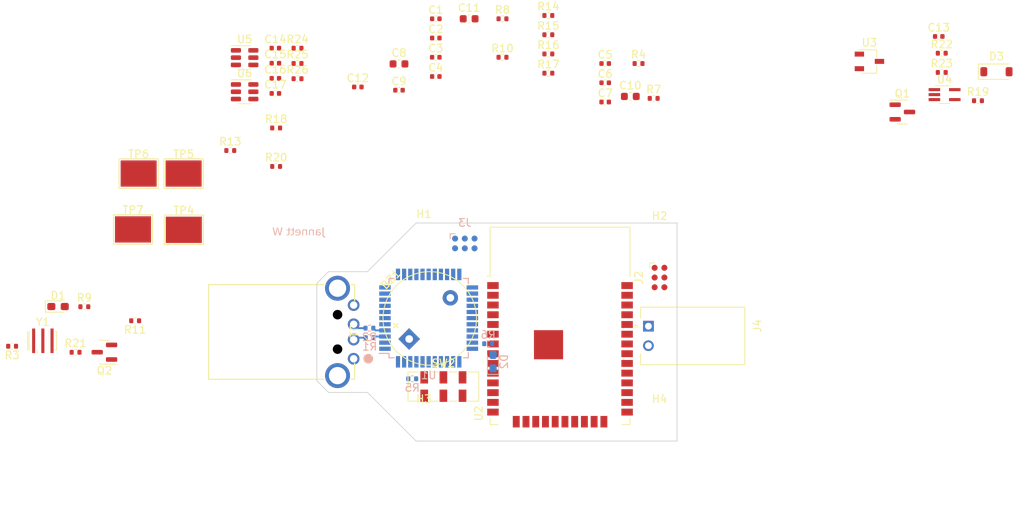
<source format=kicad_pcb>
(kicad_pcb (version 20221018) (generator pcbnew)
  (layers (0 "F.Cu" signal) (1 "In1.Cu" signal) (2 "In2.Cu" signal) (31 "B.Cu" signal) (34 "B.Paste" user) (35 "F.Paste" user) (36 "B.SilkS" user "B.Silkscreen") (37 "F.SilkS" user "F.Silkscreen") (38 "B.Mask" user) (39 "F.Mask" user) (44 "Edge.Cuts" user))
  (net 0 "")
  (net 1 "Net-(BZ1--)")
  (net 2 "GND")
  (net 3 "Net-(U1-AREF)")
  (net 4 "+5V")
  (net 5 "Net-(U1-UCAP)")
  (net 6 "+3.3V")
  (net 7 "/+3.3V_PRE")
  (net 8 "Net-(D1-A)")
  (net 9 "Net-(D2-A)")
  (net 10 "Net-(J1-D-)")
  (net 11 "Net-(J1-D+)")
  (net 12 "Net-(J1-Shield)")
  (net 13 "TXD0")
  (net 14 "RXD0")
  (net 15 "ESP32_EN")
  (net 16 "ESP32_BOOT0")
  (net 17 "MISO")
  (net 18 "SCK")
  (net 19 "MOSI")
  (net 20 "RESET")
  (net 21 "Net-(U1-D-)")
  (net 22 "Net-(U1-D+)")
  (net 23 "Net-(U1-~{HWB}{slash}PE2)")
  (net 24 "Net-(U1-PB5)")
  (net 25 "/ATMEGA_LED")
  (net 26 "/ESP32_LED")
  (net 27 "RXD2")
  (net 28 "TX")
  (net 29 "TXD2")
  (net 30 "RX")
  (net 31 "Net-(D3-K)")
  (net 34 "Net-(U1-XTAL2)")
  (net 35 "Net-(U1-XTAL1)")
  (net 36 "Net-(D3-A)")
  (net 37 "Net-(Q1-B)")
  (net 60 "ESP32_BUTTON")
  (net 62 "Net-(Q2-B)")
  (net 78 "ATMEGA_BUTTON")
  (net 79 "Net-(SW2A-A)")
  (net 80 "Net-(SW2B-A)")
  (net 81 "Net-(SW2A-C)")
  (net 82 "Net-(SW2B-C)")
  (net 83 "Net-(R18-Pad2)")
  (net 84 "ATMEGA_LN")
  (net 85 "ESP32_LN")
  (net 87 "Net-(U6-DIR)")
  (net 88 "Net-(U5-DIR)")
  (footprint "Resistor_SMD:R_0402_1005Metric" (layer "F.Cu") (at 151.1885 91.4654)
    (fp_text reference "R4" (at 0 -1.17) (layer "F.SilkS"))
    (fp_text value "10K")
    (pad "1" smd roundrect (at -0.51 0) (size 0.54 0.64) (layers "F.Cu" "F.Paste" "F.Mask") (net 4 "+5V"))
    (pad "2" smd roundrect (at 0.51 0) (size 0.54 0.64) (layers "F.Cu" "F.Paste" "F.Mask") (net 23 "Net-(U1-~{HWB}{slash}PE2)"))
  )
  (footprint "Resistor_SMD:R_0402_1005Metric" (layer "F.Cu") (at 139.4206 87.7062)
    (fp_text reference "R15" (at 0 -1.17) (layer "F.SilkS"))
    (fp_text value "10K")
    (pad "1" smd roundrect (at -0.51 0) (size 0.54 0.64) (layers "F.Cu" "F.Paste" "F.Mask") (net 6 "+3.3V"))
    (pad "2" smd roundrect (at 0.51 0) (size 0.54 0.64) (layers "F.Cu" "F.Paste" "F.Mask") (net 80 "Net-(SW2B-A)"))
  )
  (footprint "Jarrett_Footprint_Library:TestPoint_Keystone_5016_Compact" (layer "F.Cu") (at 85.2424 113.1062)
    (fp_text reference "TP7" (at 0 -2.54) (layer "F.SilkS"))
    (fp_text value "5016")
    (pad "1" smd rect (at 0 0) (size 4.699 3.429) (layers "F.Cu" "F.Paste" "F.Mask") (net 6 "+3.3V"))
  )
  (footprint "MountingHole:MountingHole_2.2mm_M2" (layer "F.Cu") (at 123.19 138.43)
    (fp_text reference "H3" (at 0 -3.2) (layer "F.SilkS"))
    (fp_text value "M2")
    (pad "" np_thru_hole circle (at 0 0) (size 2.2 2.2) (drill 2.2) (layers "*.Cu" "*.Mask"))
  )
  (footprint "Capacitor_SMD:C_0402_1005Metric" (layer "F.Cu") (at 124.7405 88.138)
    (fp_text reference "C2" (at 0 -1.16) (layer "F.SilkS"))
    (fp_text value "1uF")
    (pad "1" smd roundrect (at -0.48 0) (size 0.56 0.62) (layers "F.Cu" "F.Paste" "F.Mask") (net 4 "+5V"))
    (pad "2" smd roundrect (at 0.48 0) (size 0.56 0.62) (layers "F.Cu" "F.Paste" "F.Mask") (net 2 "GND"))
  )
  (footprint "Resistor_SMD:R_0402_1005Metric" (layer "F.Cu") (at 103.9114 99.8728)
    (fp_text reference "R18" (at 0 -1.17) (layer "F.SilkS"))
    (fp_text value "10K")
    (pad "1" smd roundrect (at -0.51 0) (size 0.54 0.64) (layers "F.Cu" "F.Paste" "F.Mask") (net 62 "Net-(Q2-B)"))
    (pad "2" smd roundrect (at 0.51 0) (size 0.54 0.64) (layers "F.Cu" "F.Paste" "F.Mask") (net 83 "Net-(R18-Pad2)"))
  )
  (footprint "Resistor_SMD:R_0402_1005Metric" (layer "F.Cu") (at 103.9114 104.8928)
    (fp_text reference "R20" (at 0 -1.17) (layer "F.SilkS"))
    (fp_text value "10K")
    (pad "1" smd roundrect (at -0.51 0) (size 0.54 0.64) (layers "F.Cu" "F.Paste" "F.Mask") (net 6 "+3.3V"))
    (pad "2" smd roundrect (at 0.51 0) (size 0.54 0.64) (layers "F.Cu" "F.Paste" "F.Mask") (net 60 "ESP32_BUTTON"))
  )
  (footprint "Jarrett_Footprint_Library:TestPoint_Keystone_5016_Compact" (layer "F.Cu") (at 91.8464 105.8164)
    (fp_text reference "TP5" (at 0 -2.54) (layer "F.SilkS"))
    (fp_text value "5016")
    (pad "1" smd rect (at 0 0) (size 4.699 3.429) (layers "F.Cu" "F.Paste" "F.Mask") (net 2 "GND"))
  )
  (footprint "Resistor_SMD:R_0402_1005Metric" (layer "F.Cu") (at 69.469 128.3462 180)
    (fp_text reference "R3" (at 0 -1.17 180) (layer "F.SilkS"))
    (fp_text value "10K")
    (pad "1" smd roundrect (at -0.51 0 180) (size 0.54 0.64) (layers "F.Cu" "F.Paste" "F.Mask") (net 4 "+5V"))
    (pad "2" smd roundrect (at 0.51 0 180) (size 0.54 0.64) (layers "F.Cu" "F.Paste" "F.Mask") (net 20 "RESET"))
  )
  (footprint "Resistor_SMD:R_0402_1005Metric" (layer "F.Cu") (at 195.4648 96.3182)
    (fp_text reference "R19" (at 0 -1.17) (layer "F.SilkS"))
    (fp_text value "10K")
    (pad "1" smd roundrect (at -0.51 0) (size 0.54 0.64) (layers "F.Cu" "F.Paste" "F.Mask") (net 37 "Net-(Q1-B)"))
    (pad "2" smd roundrect (at 0.51 0) (size 0.54 0.64) (layers "F.Cu" "F.Paste" "F.Mask") (net 83 "Net-(R18-Pad2)"))
  )
  (footprint "Jarrett_Footprint_Library:ESP32-WROOM-32D_no_vias" (layer "F.Cu") (at 140.946 128.676)
    (fp_text reference "U2" (at -10.61 8.43 90) (layer "F.SilkS"))
    (fp_text value "ESP32-WROOM-32D")
    (pad "1" smd rect (at -8.75 -8.25) (size 1.5 0.9) (layers "F.Cu" "F.Paste" "F.Mask") (net 2 "GND"))
    (pad "2" smd rect (at -8.75 -6.98) (size 1.5 0.9) (layers "F.Cu" "F.Paste" "F.Mask") (net 6 "+3.3V"))
    (pad "3" smd rect (at -8.75 -5.71) (size 1.5 0.9) (layers "F.Cu" "F.Paste" "F.Mask") (net 15 "ESP32_EN"))
    (pad "4" smd rect (at -8.75 -4.44) (size 1.5 0.9) (layers "F.Cu" "F.Paste" "F.Mask"))
    (pad "5" smd rect (at -8.75 -3.17) (size 1.5 0.9) (layers "F.Cu" "F.Paste" "F.Mask"))
    (pad "6" smd rect (at -8.75 -1.9) (size 1.5 0.9) (layers "F.Cu" "F.Paste" "F.Mask"))
    (pad "7" smd rect (at -8.75 -0.63) (size 1.5 0.9) (layers "F.Cu" "F.Paste" "F.Mask"))
    (pad "8" smd rect (at -8.75 0.64) (size 1.5 0.9) (layers "F.Cu" "F.Paste" "F.Mask"))
    (pad "9" smd rect (at -8.75 1.91) (size 1.5 0.9) (layers "F.Cu" "F.Paste" "F.Mask"))
    (pad "10" smd rect (at -8.75 3.18) (size 1.5 0.9) (layers "F.Cu" "F.Paste" "F.Mask"))
    (pad "11" smd rect (at -8.75 4.45) (size 1.5 0.9) (layers "F.Cu" "F.Paste" "F.Mask"))
    (pad "12" smd rect (at -8.75 5.72) (size 1.5 0.9) (layers "F.Cu" "F.Paste" "F.Mask"))
    (pad "13" smd rect (at -8.75 6.99) (size 1.5 0.9) (layers "F.Cu" "F.Paste" "F.Mask") (net 60 "ESP32_BUTTON"))
    (pad "14" smd rect (at -8.75 8.26) (size 1.5 0.9) (layers "F.Cu" "F.Paste" "F.Mask"))
    (pad "15" smd rect (at -5.71 9.51 90) (size 1.5 0.9) (layers "F.Cu" "F.Paste" "F.Mask") (net 2 "GND"))
    (pad "16" smd rect (at -4.44 9.51 90) (size 1.5 0.9) (layers "F.Cu" "F.Paste" "F.Mask") (net 85 "ESP32_LN"))
    (pad "17" smd rect (at -3.17 9.51 90) (size 1.5 0.9) (layers "F.Cu" "F.Paste" "F.Mask"))
    (pad "18" smd rect (at -1.9 9.51 90) (size 1.5 0.9) (layers "F.Cu" "F.Paste" "F.Mask"))
    (pad "19" smd rect (at -0.63 9.51 90) (size 1.5 0.9) (layers "F.Cu" "F.Paste" "F.Mask"))
    (pad "20" smd rect (at 0.64 9.51 90) (size 1.5 0.9) (layers "F.Cu" "F.Paste" "F.Mask"))
    (pad "21" smd rect (at 1.91 9.51 90) (size 1.5 0.9) (layers "F.Cu" "F.Paste" "F.Mask"))
    (pad "22" smd rect (at 3.18 9.51 90) (size 1.5 0.9) (layers "F.Cu" "F.Paste" "F.Mask"))
    (pad "23" smd rect (at 4.45 9.51 90) (size 1.5 0.9) (layers "F.Cu" "F.Paste" "F.Mask"))
    (pad "24" smd rect (at 5.72 9.51 90) (size 1.5 0.9) (layers "F.Cu" "F.Paste" "F.Mask") (net 26 "/ESP32_LED"))
    (pad "25" smd rect (at 8.75 8.26) (size 1.5 0.9) (layers "F.Cu" "F.Paste" "F.Mask") (net 16 "ESP32_BOOT0"))
    (pad "26" smd rect (at 8.75 6.99) (size 1.5 0.9) (layers "F.Cu" "F.Paste" "F.Mask"))
    (pad "27" smd rect (at 8.75 5.72) (size 1.5 0.9) (layers "F.Cu" "F.Paste" "F.Mask") (net 27 "RXD2"))
    (pad "28" smd rect (at 8.75 4.45) (size 1.5 0.9) (layers "F.Cu" "F.Paste" "F.Mask") (net 29 "TXD2"))
    (pad "29" smd rect (at 8.75 3.18) (size 1.5 0.9) (layers "F.Cu" "F.Paste" "F.Mask"))
    (pad "30" smd rect (at 8.75 1.91) (size 1.5 0.9) (layers "F.Cu" "F.Paste" "F.Mask"))
    (pad "31" smd rect (at 8.75 0.64) (size 1.5 0.9) (layers "F.Cu" "F.Paste" "F.Mask"))
    (pad "32" smd rect (at 8.75 -0.63) (size 1.5 0.9) (layers "F.Cu" "F.Paste" "F.Mask"))
    (pad "33" smd rect (at 8.75 -1.9) (size 1.5 0.9) (layers "F.Cu" "F.Paste" "F.Mask"))
    (pad "34" smd rect (at 8.75 -3.17) (size 1.5 0.9) (layers "F.Cu" "F.Paste" "F.Mask") (net 14 "RXD0"))
    (pad "35" smd rect (at 8.75 -4.44) (size 1.5 0.9) (layers "F.Cu" "F.Paste" "F.Mask") (net 13 "TXD0"))
    (pad "36" smd rect (at 8.75 -5.71) (size 1.5 0.9) (layers "F.Cu" "F.Paste" "F.Mask"))
    (pad "37" smd rect (at 8.75 -6.98) (size 1.5 0.9) (layers "F.Cu" "F.Paste" "F.Mask"))
    (pad "38" smd rect (at 8.75 -8.25) (size 1.5 0.9) (layers "F.Cu" "F.Paste" "F.Mask") (net 2 "GND"))
    (pad "39" smd rect (at -2.9 -1.93) (size 0.9 0.9) (layers "F.Cu" "F.Paste") (net 2 "GND"))
    (pad "39" smd rect (at -2.9 -0.53) (size 0.9 0.9) (layers "F.Cu" "F.Paste") (net 2 "GND"))
    (pad "39" smd rect (at -2.9 0.87) (size 0.9 0.9) (layers "F.Cu" "F.Paste") (net 2 "GND"))
    (pad "39" smd rect (at -1.5 -1.93) (size 0.9 0.9) (layers "F.Cu" "F.Paste") (net 2 "GND"))
    (pad "39" smd rect (at -1.5 -0.53) (size 0.9 0.9) (layers "F.Cu" "F.Paste") (net 2 "GND"))
    (pad "39" smd rect (at -1.5 -0.53) (size 3.8 3.8) (layers "F.Cu" "F.Mask") (net 2 "GND"))
    (pad "39" smd rect (at -1.5 0.87) (size 0.9 0.9) (layers "F.Cu" "F.Paste") (net 2 "GND"))
    (pad "39" smd rect (at -0.1 -1.93) (size 0.9 0.9) (layers "F.Cu" "F.Paste") (net 2 "GND"))
    (pad "39" smd rect (at -0.1 -0.53) (size 0.9 0.9) (layers "F.Cu" "F.Paste") (net 2 "GND"))
    (pad "39" smd rect (at -0.1 0.87) (size 0.9 0.9) (layers "F.Cu" "F.Paste") (net 2 "GND"))
  )
  (footprint "Resistor_SMD:R_0402_1005Metric" (layer "F.Cu") (at 133.4405 85.628)
    (fp_text reference "R8" (at 0 -1.17) (layer "F.SilkS"))
    (fp_text value "10K")
    (pad "1" smd roundrect (at -0.51 0) (size 0.54 0.64) (layers "F.Cu" "F.Paste" "F.Mask") (net 6 "+3.3V"))
    (pad "2" smd roundrect (at 0.51 0) (size 0.54 0.64) (layers "F.Cu" "F.Paste" "F.Mask") (net 16 "ESP32_BOOT0"))
  )
  (footprint "Resistor_SMD:R_0402_1005Metric" (layer "F.Cu") (at 139.4206 85.1962)
    (fp_text reference "R14" (at 0 -1.17) (layer "F.SilkS"))
    (fp_text value "10K")
    (pad "1" smd roundrect (at -0.51 0) (size 0.54 0.64) (layers "F.Cu" "F.Paste" "F.Mask") (net 4 "+5V"))
    (pad "2" smd roundrect (at 0.51 0) (size 0.54 0.64) (layers "F.Cu" "F.Paste" "F.Mask") (net 79 "Net-(SW2A-A)"))
  )
  (footprint "Capacitor_SMD:C_0402_1005Metric" (layer "F.Cu") (at 124.7405 93.158)
    (fp_text reference "C4" (at 0 -1.16) (layer "F.SilkS"))
    (fp_text value "1uF")
    (pad "1" smd roundrect (at -0.48 0) (size 0.56 0.62) (layers "F.Cu" "F.Paste" "F.Mask") (net 4 "+5V"))
    (pad "2" smd roundrect (at 0.48 0) (size 0.56 0.62) (layers "F.Cu" "F.Paste" "F.Mask") (net 2 "GND"))
  )
  (footprint "Capacitor_SMD:C_0402_1005Metric" (layer "F.Cu") (at 103.8134 89.4566)
    (fp_text reference "C14" (at 0 -1.16) (layer "F.SilkS"))
    (fp_text value "0.1uF")
    (pad "1" smd roundrect (at -0.48 0) (size 0.56 0.62) (layers "F.Cu" "F.Paste" "F.Mask") (net 4 "+5V"))
    (pad "2" smd roundrect (at 0.48 0) (size 0.56 0.62) (layers "F.Cu" "F.Paste" "F.Mask") (net 2 "GND"))
  )
  (footprint "Capacitor_SMD:C_0402_1005Metric" (layer "F.Cu") (at 124.7405 85.628)
    (fp_text reference "C1" (at 0 -1.16) (layer "F.SilkS"))
    (fp_text value "1uF")
    (pad "1" smd roundrect (at -0.48 0) (size 0.56 0.62) (layers "F.Cu" "F.Paste" "F.Mask") (net 3 "Net-(U1-AREF)"))
    (pad "2" smd roundrect (at 0.48 0) (size 0.56 0.62) (layers "F.Cu" "F.Paste" "F.Mask") (net 2 "GND"))
  )
  (footprint "Crystal:Resonator_SMD_Murata_CSTxExxV-3Pin_3.0x1.1mm_HandSoldering" (layer "F.Cu") (at 73.4806 127.635)
    (fp_text reference "Y1" (at 0 -2.45) (layer "F.SilkS"))
    (fp_text value "CSTNE16M0V530000R0")
    (pad "1" smd rect (at -1.2 0) (size 0.4 3.2) (layers "F.Cu" "F.Paste" "F.Mask") (net 34 "Net-(U1-XTAL2)"))
    (pad "2" smd rect (at 0 0) (size 0.4 3.2) (layers "F.Cu" "F.Paste" "F.Mask") (net 2 "GND"))
    (pad "3" smd rect (at 1.2 0) (size 0.4 3.2) (layers "F.Cu" "F.Paste" "F.Mask") (net 35 "Net-(U1-XTAL1)"))
  )
  (footprint "Package_TO_SOT_SMD:SOT-23" (layer "F.Cu") (at 185.6001 97.79)
    (fp_text reference "Q1" (at 0 -2.4) (layer "F.SilkS"))
    (fp_text value "MMBT3904")
    (pad "1" smd roundrect (at -0.9375 -0.95) (size 1.475 0.6) (layers "F.Cu" "F.Paste" "F.Mask") (net 37 "Net-(Q1-B)"))
    (pad "2" smd roundrect (at -0.9375 0.95) (size 1.475 0.6) (layers "F.Cu" "F.Paste" "F.Mask") (net 2 "GND"))
    (pad "3" smd roundrect (at 0.9375 0) (size 1.475 0.6) (layers "F.Cu" "F.Paste" "F.Mask") (net 60 "ESP32_BUTTON"))
  )
  (footprint "Resistor_SMD:R_0402_1005Metric" (layer "F.Cu") (at 190.7404 90.1206)
    (fp_text reference "R22" (at 0 -1.17) (layer "F.SilkS"))
    (fp_text value "10K")
    (pad "1" smd roundrect (at -0.51 0) (size 0.54 0.64) (layers "F.Cu" "F.Paste" "F.Mask") (net 31 "Net-(D3-K)"))
    (pad "2" smd roundrect (at 0.51 0) (size 0.54 0.64) (layers "F.Cu" "F.Paste" "F.Mask") (net 36 "Net-(D3-A)"))
  )
  (footprint "MountingHole:MountingHole_2.2mm_M2" (layer "F.Cu") (at 153.924 114.554)
    (fp_text reference "H2" (at 0 -3.2) (layer "F.SilkS"))
    (fp_text value "M2")
    (pad "" np_thru_hole circle (at 0 0) (size 2.2 2.2) (drill 2.2) (layers "*.Cu" "*.Mask"))
  )
  (footprint "MountingHole:MountingHole_2.2mm_M2" (layer "F.Cu") (at 123.19 114.3)
    (fp_text reference "H1" (at 0 -3.2) (layer "F.SilkS"))
    (fp_text value "M2")
    (pad "" np_thru_hole circle (at 0 0) (size 2.2 2.2) (drill 2.2) (layers "*.Cu" "*.Mask"))
  )
  (footprint "Package_TO_SOT_SMD:SOT-23-6" (layer "F.Cu") (at 99.8034 90.6966)
    (fp_text reference "U5" (at 0 -2.4) (layer "F.SilkS"))
    (fp_text value "SN74LVC1T45DBV")
    (pad "1" smd roundrect (at -1.1375 -0.95) (size 1.325 0.6) (layers "F.Cu" "F.Paste" "F.Mask") (net 4 "+5V"))
    (pad "2" smd roundrect (at -1.1375 0) (size 1.325 0.6) (layers "F.Cu" "F.Paste" "F.Mask") (net 2 "GND"))
    (pad "3" smd roundrect (at -1.1375 0.95) (size 1.325 0.6) (layers "F.Cu" "F.Paste" "F.Mask") (net 28 "TX"))
    (pad "4" smd roundrect (at 1.1375 0.95) (size 1.325 0.6) (layers "F.Cu" "F.Paste" "F.Mask") (net 27 "RXD2"))
    (pad "5" smd roundrect (at 1.1375 0) (size 1.325 0.6) (layers "F.Cu" "F.Paste" "F.Mask") (net 88 "Net-(U5-DIR)"))
    (pad "6" smd roundrect (at 1.1375 -0.95) (size 1.325 0.6) (layers "F.Cu" "F.Paste" "F.Mask") (net 6 "+3.3V"))
  )
  (footprint "LED_SMD:LED_0603_1608Metric_Pad1.05x0.95mm_HandSolder" (layer "F.Cu") (at 75.4634 123.1646)
    (fp_text reference "D1" (at 0 -1.43) (layer "F.SilkS"))
    (fp_text value "GREEN LED")
    (pad "1" smd roundrect (at -0.875 0) (size 1.05 0.95) (layers "F.Cu" "F.Paste" "F.Mask") (net 2 "GND"))
    (pad "2" smd roundrect (at 0.875 0) (size 1.05 0.95) (layers "F.Cu" "F.Paste" "F.Mask") (net 8 "Net-(D1-A)"))
  )
  (footprint "Jarrett_Footprint_Library:USB_MALE_A_480370001" (layer "F.Cu") (at 114.0251 129.976 -90)
    (fp_text reference "J1" (at -3.499999 0 -90 unlocked) (layer "F.SilkS"))
    (fp_text value "USB_A")
    (pad "" thru_hole circle (at -9.2 2.100001 270) (size 3.25 3.25) (drill 2.25) (layers "*.Cu" "*.Mask"))
    (pad "" np_thru_hole circle (at -5.75 2.100001 270) (size 1.2446 1.2446) (drill 1.2446) (layers))
    (pad "" np_thru_hole circle (at -1.249999 2.100001 270) (size 1.2446 1.2446) (drill 1.2446) (layers))
    (pad "" thru_hole circle (at 2.200002 2.100001 270) (size 3.25 3.25) (drill 2.25) (layers "*.Cu" "*.Mask"))
    (pad "1" thru_hole circle (at 0 0 270) (size 1.524 1.524) (drill 0.9652) (layers "*.Cu" "*.Mask") (net 4 "+5V"))
    (pad "2" thru_hole circle (at -2.499999 0 270) (size 1.524 1.524) (drill 0.9652) (layers "*.Cu" "*.Mask") (net 10 "Net-(J1-D-)"))
    (pad "3" thru_hole circle (at -4.5 0 270) (size 1.524 1.524) (drill 0.9652) (layers "*.Cu" "*.Mask") (net 11 "Net-(J1-D+)"))
    (pad "4" thru_hole circle (at -6.999998 0 270) (size 1.524 1.524) (drill 0.9652) (layers "*.Cu" "*.Mask") (net 2 "GND"))
  )
  (footprint "Resistor_SMD:R_0402_1005Metric" (layer "F.Cu") (at 106.7034 89.4666)
    (fp_text reference "R24" (at 0 -1.17) (layer "F.SilkS"))
    (fp_text value "10K")
    (pad "1" smd roundrect (at -0.51 0) (size 0.54 0.64) (layers "F.Cu" "F.Paste" "F.Mask") (net 28 "TX"))
    (pad "2" smd roundrect (at 0.51 0) (size 0.54 0.64) (layers "F.Cu" "F.Paste" "F.Mask") (net 2 "GND"))
  )
  (footprint "Package_TO_SOT_SMD:TSOT-23" (layer "F.Cu") (at 181.3052 91.186)
    (fp_text reference "U3" (at 0 -2.45) (layer "F.SilkS"))
    (fp_text value "AP2138N-3.3TRG1")
    (pad "1" smd rect (at -1.31 -0.95) (size 1.22 0.65) (layers "F.Cu" "F.Paste" "F.Mask") (net 2 "GND"))
    (pad "2" smd rect (at -1.31 0.95) (size 1.22 0.65) (layers "F.Cu" "F.Paste" "F.Mask") (net 7 "/+3.3V_PRE"))
    (pad "3" smd rect (at 1.31 0) (size 1.22 0.65) (layers "F.Cu" "F.Paste" "F.Mask") (net 4 "+5V"))
  )
  (footprint "Jarrett_Footprint_Library:TestPoint_Keystone_5016_Compact" (layer "F.Cu") (at 85.979 105.8164)
    (fp_text reference "TP6" (at 0 -2.54) (layer "F.SilkS"))
    (fp_text value "5016")
    (pad "1" smd rect (at 0 0) (size 4.699 3.429) (layers "F.Cu" "F.Paste" "F.Mask") (net 4 "+5V"))
  )
  (footprint "Capacitor_SMD:C_0402_1005Metric" (layer "F.Cu") (at 146.8385 96.4854)
    (fp_text reference "C7" (at 0 -1.16) (layer "F.SilkS"))
    (fp_text value "0.1uF")
    (pad "1" smd roundrect (at -0.48 0) (size 0.56 0.62) (layers "F.Cu" "F.Paste" "F.Mask") (net 4 "+5V"))
    (pad "2" smd roundrect (at 0.48 0) (size 0.56 0.62) (layers "F.Cu" "F.Paste" "F.Mask") (net 2 "GND"))
  )
  (footprint "Resistor_SMD:R_0402_1005Metric" (layer "F.Cu") (at 139.4206 90.2162)
    (fp_text reference "R16" (at 0 -1.17) (layer "F.SilkS"))
    (fp_text value "10K")
    (pad "1" smd roundrect (at -0.51 0) (size 0.54 0.64) (layers "F.Cu" "F.Paste" "F.Mask") (net 81 "Net-(SW2A-C)"))
    (pad "2" smd roundrect (at 0.51 0) (size 0.54 0.64) (layers "F.Cu" "F.Paste" "F.Mask") (net 2 "GND"))
  )
  (footprint "Package_TO_SOT_SMD:SOT-23" (layer "F.Cu") (at 81.5109 129.1234 180)
    (fp_text reference "Q2" (at 0 -2.4) (layer "F.SilkS"))
    (fp_text value "MMBT3904")
    (pad "1" smd roundrect (at -0.9375 -0.95 180) (size 1.475 0.6) (layers "F.Cu" "F.Paste" "F.Mask") (net 62 "Net-(Q2-B)"))
    (pad "2" smd roundrect (at -0.9375 0.95 180) (size 1.475 0.6) (layers "F.Cu" "F.Paste" "F.Mask") (net 2 "GND"))
    (pad "3" smd roundrect (at 0.9375 0 180) (size 1.475 0.6) (layers "F.Cu" "F.Paste" "F.Mask") (net 78 "ATMEGA_BUTTON"))
  )
  (footprint "Resistor_SMD:R_0402_1005Metric" (layer "F.Cu") (at 106.7034 93.4466)
    (fp_text reference "R26" (at 0 -1.17) (layer "F.SilkS"))
    (fp_text value "10K")
    (pad "1" smd roundrect (at -0.51 0) (size 0.54 0.64) (layers "F.Cu" "F.Paste" "F.Mask") (net 29 "TXD2"))
    (pad "2" smd roundrect (at 0.51 0) (size 0.54 0.64) (layers "F.Cu" "F.Paste" "F.Mask") (net 2 "GND"))
  )
  (footprint "Jarrett_Footprint_Library:SW_DPDT_CK_JS202011JCQN" (layer "F.Cu") (at 125.73 133.604)
    (fp_text reference "SW2" (at 0 -3.05) (layer "F.SilkS"))
    (fp_text value "JS202011JCQN")
    (pad "1" smd rect (at -2.5 -1.2) (size 1 1.6) (layers "F.Cu" "F.Paste" "F.Mask") (net 79 "Net-(SW2A-A)"))
    (pad "2" smd rect (at 0 -1.2) (size 1 1.6) (layers "F.Cu" "F.Paste" "F.Mask") (net 84 "ATMEGA_LN"))
    (pad "3" smd rect (at 2.5 -1.2) (size 1 1.6) (layers "F.Cu" "F.Paste" "F.Mask") (net 81 "Net-(SW2A-C)"))
    (pad "4" smd rect (at -2.5 1.2) (size 1 1.6) (layers "F.Cu" "F.Paste" "F.Mask") (net 80 "Net-(SW2B-A)"))
    (pad "5" smd rect (at 0 1.2) (size 1 1.6) (layers "F.Cu" "F.Paste" "F.Mask") (net 85 "ESP32_LN"))
    (pad "6" smd rect (at 2.5 1.2) (size 1 1.6) (layers "F.Cu" "F.Paste" "F.Mask") (net 82 "Net-(SW2B-C)"))
  )
  (footprint "Capacitor_SMD:C_0402_1005Metric" (layer "F.Cu") (at 124.7405 90.648)
    (fp_text reference "C3" (at 0 -1.16) (layer "F.SilkS"))
    (fp_text value "1uF")
    (pad "1" smd roundrect (at -0.48 0) (size 0.56 0.62) (layers "F.Cu" "F.Paste" "F.Mask") (net 5 "Net-(U1-UCAP)"))
    (pad "2" smd roundrect (at 0.48 0) (size 0.56 0.62) (layers "F.Cu" "F.Paste" "F.Mask") (net 2 "GND"))
  )
  (footprint "MountingHole:MountingHole_2.2mm_M2" (layer "F.Cu") (at 153.924 138.43)
    (fp_text reference "H4" (at 0 -3.2) (layer "F.SilkS"))
    (fp_text value "M2")
    (pad "" np_thru_hole circle (at 0 0) (size 2.2 2.2) (drill 2.2) (layers "*.Cu" "*.Mask"))
  )
  (footprint "Capacitor_SMD:C_0603_1608Metric" (layer "F.Cu") (at 119.9388 91.5162)
    (fp_text reference "C8" (at 0 -1.43) (layer "F.SilkS"))
    (fp_text value "10uF")
    (pad "1" smd roundrect (at -0.775 0) (size 0.9 0.95) (layers "F.Cu" "F.Paste" "F.Mask") (net 6 "+3.3V"))
    (pad "2" smd roundrect (at 0.775 0) (size 0.9 0.95) (layers "F.Cu" "F.Paste" "F.Mask") (net 2 "GND"))
  )
  (footprint "Resistor_SMD:R_0402_1005Metric" (layer "F.Cu") (at 97.9313 102.8146)
    (fp_text reference "R13" (at 0 -1.17) (layer "F.SilkS"))
    (fp_text value "1Meg")
    (pad "1" smd roundrect (at -0.51 0) (size 0.54 0.64) (layers "F.Cu" "F.Paste" "F.Mask") (net 12 "Net-(J1-Shield)"))
    (pad "2" smd roundrect (at 0.51 0) (size 0.54 0.64) (layers "F.Cu" "F.Paste" "F.Mask") (net 2 "GND"))
  )
  (footprint "Capacitor_SMD:C_0402_1005Metric" (layer "F.Cu") (at 146.8385 93.9754)
    (fp_text reference "C6" (at 0 -1.16) (layer "F.SilkS"))
    (fp_text value "0.1uF")
    (pad "1" smd roundrect (at -0.48 0) (size 0.56 0.62) (layers "F.Cu" "F.Paste" "F.Mask") (net 4 "+5V"))
    (pad "2" smd roundrect (at 0.48 0) (size 0.56 0.62) (layers "F.Cu" "F.Paste" "F.Mask") (net 2 "GND"))
  )
  (footprint "Buzzer_Beeper:Buzzer_12x9.5RM7.6" (layer "F.Cu") (at 121.264994 127.401006 45)
    (fp_text reference "BZ1" (at 3.8 -7.2 45) (layer "F.SilkS"))
    (fp_text value "WST-1210T")
    (fp_text user "+" (at -0.01 -2.54 45) (layer "F.SilkS"))
    (pad "1" thru_hole rect (at 0 0 45) (size 2 2) (drill 1) (layers "*.Cu" "*.Mask") (net 1 "Net-(BZ1--)"))
    (pad "2" thru_hole circle (at 7.6 0 45) (size 2 2) (drill 1) (layers "*.Cu" "*.Mask") (net 2 "GND"))
  )
  (footprint "Resistor_SMD:R_0402_1005Metric" (layer "F.Cu") (at 106.7034 91.4566)
    (fp_text reference "R25" (at 0 -1.17) (layer "F.SilkS"))
    (fp_text value "0")
    (pad "1" smd roundrect (at -0.51 0) (size 0.54 0.64) (layers "F.Cu" "F.Paste" "F.Mask") (net 88 "Net-(U5-DIR)"))
    (pad "2" smd roundrect (at 0.51 0) (size 0.54 0.64) (layers "F.Cu" "F.Paste" "F.Mask") (net 4 "+5V"))
  )
  (footprint "Resistor_SMD:R_0402_1005Metric" (layer "F.Cu") (at 190.7404 92.6306)
    (fp_text reference "R23" (at 0 -1.17) (layer "F.SilkS"))
    (fp_text value "10K")
    (pad "1" smd roundrect (at -0.51 0) (size 0.54 0.64) (layers "F.Cu" "F.Paste" "F.Mask") (net 6 "+3.3V"))
    (pad "2" smd roundrect (at 0.51 0) (size 0.54 0.64) (layers "F.Cu" "F.Paste" "F.Mask") (net 36 "Net-(D3-A)"))
  )
  (footprint "Capacitor_SMD:C_0402_1005Metric" (layer "F.Cu") (at 103.8134 93.3966)
    (fp_text reference "C16" (at 0 -1.16) (layer "F.SilkS"))
    (fp_text value "0.1uF")
    (pad "1" smd roundrect (at -0.48 0) (size 0.56 0.62) (layers "F.Cu" "F.Paste" "F.Mask") (net 4 "+5V"))
    (pad "2" smd roundrect (at 0.48 0) (size 0.56 0.62) (layers "F.Cu" "F.Paste" "F.Mask") (net 2 "GND"))
  )
  (footprint "Resistor_SMD:R_0402_1005Metric" (layer "F.Cu") (at 77.7494 129.1336)
    (fp_text reference "R21" (at 0 -1.17) (layer "F.SilkS"))
    (fp_text value "10K")
    (pad "1" smd roundrect (at -0.51 0) (size 0.54 0.64) (layers "F.Cu" "F.Paste" "F.Mask") (net 4 "+5V"))
    (pad "2" smd roundrect (at 0.51 0) (size 0.54 0.64) (layers "F.Cu" "F.Paste" "F.Mask") (net 78 "ATMEGA_BUTTON"))
  )
  (footprint "Connector:Tag-Connect_TC2030-IDC-NL_2x03_P1.27mm_Vertical" (layer "F.Cu") (at 153.924 119.38 -90)
    (fp_text reference "J2" (at 0 2.7 -270) (layer "F.SilkS"))
    (fp_text value "TC2030-IDC-NL")
    (pad "" np_thru_hole circle (at -2.54 0 270) (size 0.9906 0.9906) (drill 0.9906) (layers "*.Cu" "*.Mask"))
    (pad "" np_thru_hole circle (at 2.54 -1.016 270) (size 0.9906 0.9906) (drill 0.9906) (layers "*.Cu" "*.Mask"))
    (pad "" np_thru_hole circle (at 2.54 1.016 270) (size 0.9906 0.9906) (drill 0.9906) (layers "*.Cu" "*.Mask"))
    (pad "1" connect circle (at -1.27 0.635 270) (size 0.7874 0.7874) (layers "F.Cu" "F.Mask") (net 13 "TXD0"))
    (pad "2" connect circle (at -1.27 -0.635 270) (size 0.7874 0.7874) (layers "F.Cu" "F.Mask") (net 6 "+3.3V"))
    (pad "3" connect circle (at 0 0.635 270) (size 0.7874 0.7874) (layers "F.Cu" "F.Mask") (net 14 "RXD0"))
    (pad "4" connect circle (at 0 -0.635 270) (size 0.7874 0.7874) (layers "F.Cu" "F.Mask") (net 15 "ESP32_EN"))
    (pad "5" connect circle (at 1.27 0.635 270) (size 0.7874 0.7874) (layers "F.Cu" "F.Mask") (net 16 "ESP32_BOOT0"))
    (pad "6" connect circle (at 1.27 -0.635 270) (size 0.7874 0.7874) (layers "F.Cu" "F.Mask") (net 2 "GND"))
  )
  (footprint "Resistor_SMD:R_0402_1005Metric" (layer "F.Cu") (at 133.4405 90.648)
    (fp_text reference "R10" (at 0 -1.17) (layer "F.SilkS"))
    (fp_text value "0")
    (pad "1" smd roundrect (at -0.51 0) (size 0.54 0.64) (layers "F.Cu" "F.Paste" "F.Mask") (net 6 "+3.3V"))
    (pad "2" smd roundrect (at 0.51 0) (size 0.54 0.64) (layers "F.Cu" "F.Paste" "F.Mask") (net 7 "/+3.3V_PRE"))
  )
  (footprint "Capacitor_SMD:C_0603_1608Metric" (layer "F.Cu") (at 150.114 95.758)
    (fp_text reference "C10" (at 0 -1.43) (layer "F.SilkS"))
    (fp_text value "10uF")
    (pad "1" smd roundrect (at -0.775 0) (size 0.9 0.95) (layers "F.Cu" "F.Paste" "F.Mask") (net 4 "+5V"))
    (pad "2" smd roundrect (at 0.775 0) (size 0.9 0.95) (layers "F.Cu" "F.Paste" "F.Mask") (net 2 "GND"))
  )
  (footprint "Capacitor_SMD:C_0402_1005Metric" (layer "F.Cu") (at 103.8134 91.4266)
    (fp_text reference "C15" (at 0 -1.16) (layer "F.SilkS"))
    (fp_text value "0.1uF")
    (pad "1" smd roundrect (at -0.48 0) (size 0.56 0.62) (layers "F.Cu" "F.Paste" "F.Mask") (net 6 "+3.3V"))
    (pad "2" smd roundrect (at 0.48 0) (size 0.56 0.62) (layers "F.Cu" "F.Paste" "F.Mask") (net 2 "GND"))
  )
  (footprint "Capacitor_SMD:C_0402_1005Metric" (layer "F.Cu") (at 146.8385 91.4654)
    (fp_text reference "C5" (at 0 -1.16) (layer "F.SilkS"))
    (fp_text value "0.1uF")
    (pad "1" smd roundrect (at -0.48 0) (size 0.56 0.62) (layers "F.Cu" "F.Paste" "F.Mask") (net 4 "+5V"))
    (pad "2" smd roundrect (at 0.48 0) (size 0.56 0.62) (layers "F.Cu" "F.Paste" "F.Mask") (net 2 "GND"))
  )
  (footprint "Jarrett_Footprint_Library:TestPoint_Keystone_5016_Compact" (layer "F.Cu") (at 91.8718 113.157)
    (fp_text reference "TP4" (at 0 -2.54) (layer "F.SilkS"))
    (fp_text value "5016")
    (pad "1" smd rect (at 0 0) (size 4.699 3.429) (layers "F.Cu" "F.Paste" "F.Mask") (net 2 "GND"))
  )
  (footprint "Resistor_SMD:R_0402_1005Metric" (layer "F.Cu") (at 153.162 96.012)
    (fp_text reference "R7" (at 0 -1.17) (layer "F.SilkS"))
    (fp_text value "10K")
    (pad "1" smd roundrect (at -0.51 0) (size 0.54 0.64) (layers "F.Cu" "F.Paste" "F.Mask") (net 6 "+3.3V"))
    (pad "2" smd roundrect (at 0.51 0) (size 0.54 0.64) (layers "F.Cu" "F.Paste" "F.Mask") (net 15 "ESP32_EN"))
  )
  (footprint "Capacitor_SMD:C_0402_1005Metric" (layer "F.Cu") (at 190.3476 87.9348)
    (fp_text reference "C13" (at 0 -1.16) (layer "F.SilkS"))
    (fp_text value "0.1uF")
    (pad "1" smd roundrect (at -0.48 0) (size 0.56 0.62) (layers "F.Cu" "F.Paste" "F.Mask") (net 31 "Net-(D3-K)"))
    (pad "2" smd roundrect (at 0.48 0) (size 0.56 0.62) (layers "F.Cu" "F.Paste" "F.Mask") (net 2 "GND"))
  )
  (footprint "Jarrett_Footprint_Library:TE_103906-1" (layer "F.Cu") (at 152.4755 127 -90)
    (fp_text reference "J4" (at -1.325 -14.205 90) (layer "F.SilkS"))
    (fp_text value "103906-1")
    (pad "1" thru_hole rect (at -1.27 0 270) (size 1.398 1.398) (drill 0.89) (layers "*.Cu" "*.Mask") (net 36 "Net-(D3-A)"))
    (pad "2" thru_hole circle (at 1.27 0 270) (size 1.398 1.398) (drill 0.89) (layers "*.Cu" "*.Mask") (net 2 "GND"))
  )
  (footprint "Diode_SMD:D_SOD-123" (layer "F.Cu") (at 197.8778 92.5336)
    (fp_text reference "D3" (at 0 -2) (layer "F.SilkS"))
    (fp_text value "1N4148W")
    (pad "1" smd roundrect (at -1.65 0) (size 0.9 1.2) (layers "F.Cu" "F.Paste" "F.Mask") (net 31 "Net-(D3-K)"))
    (pad "2" smd roundrect (at 1.65 0) (size 0.9 1.2) (layers "F.Cu" "F.Paste" "F.Mask") (net 36 "Net-(D3-A)"))
  )
  (footprint "Capacitor_SMD:C_0402_1005Metric" (layer "F.Cu") (at 119.9388 94.9452)
    (fp_text reference "C9" (at 0 -1.16) (layer "F.SilkS"))
    (fp_text value "0.1uF")
    (pad "1" smd roundrect (at -0.48 0) (size 0.56 0.62) (layers "F.Cu" "F.Paste" "F.Mask") (net 6 "+3.3V"))
    (pad "2" smd roundrect (at 0.48 0) (size 0.56 0.62) (layers "F.Cu" "F.Paste" "F.Mask") (net 2 "GND"))
  )
  (footprint "Resistor_SMD:R_0402_1005Metric" (layer "F.Cu") (at 139.4206 92.7262)
    (fp_text reference "R17" (at 0 -1.17) (layer "F.SilkS"))
    (fp_text value "10K")
    (pad "1" smd roundrect (at -0.51 0) (size 0.54 0.64) (layers "F.Cu" "F.Paste" "F.Mask") (net 82 "Net-(SW2B-C)"))
    (pad "2" smd roundrect (at 0.51 0) (size 0.54 0.64) (layers "F.Cu" "F.Paste" "F.Mask") (net 2 "GND"))
  )
  (footprint "Package_TO_SOT_SMD:SOT-23-6" (layer "F.Cu") (at 99.8034 95.1466)
    (fp_text reference "U6" (at 0 -2.4) (layer "F.SilkS"))
    (fp_text value "SN74LVC1T45DBV")
    (pad "1" smd roundrect (at -1.1375 -0.95) (size 1.325 0.6) (layers "F.Cu" "F.Paste" "F.Mask") (net 4 "+5V"))
    (pad "2" smd roundrect (at -1.1375 0) (size 1.325 0.6) (layers "F.Cu" "F.Paste" "F.Mask") (net 2 "GND"))
    (pad "3" smd roundrect (at -1.1375 0.95) (size 1.325 0.6) (layers "F.Cu" "F.Paste" "F.Mask") (net 30 "RX"))
    (pad "4" smd roundrect (at 1.1375 0.95) (size 1.325 0.6) (layers "F.Cu" "F.Paste" "F.Mask") (net 29 "TXD2"))
    (pad "5" smd roundrect (at 1.1375 0) (size 1.325 0.6) (layers "F.Cu" "F.Paste" "F.Mask") (net 87 "Net-(U6-DIR)"))
    (pad "6" smd roundrect (at 1.1375 -0.95) (size 1.325 0.6) (layers "F.Cu" "F.Paste" "F.Mask") (net 6 "+3.3V"))
  )
  (footprint "Capacitor_SMD:C_0402_1005Metric" (layer "F.Cu") (at 103.8134 95.3666)
    (fp_text reference "C17" (at 0 -1.16) (layer "F.SilkS"))
    (fp_text value "0.1uF")
    (pad "1" smd roundrect (at -0.48 0) (size 0.56 0.62) (layers "F.Cu" "F.Paste" "F.Mask") (net 6 "+3.3V"))
    (pad "2" smd roundrect (at 0.48 0) (size 0.56 0.62) (layers "F.Cu" "F.Paste" "F.Mask") (net 2 "GND"))
  )
  (footprint "Package_TO_SOT_SMD:SOT-353_SC-70-5_Handsoldering" (layer "F.Cu") (at 191.1122 95.5204)
    (fp_text reference "U4" (at 0 -2) (layer "F.SilkS"))
    (fp_text value "74AHC1G14SE-7")
    (pad "1" smd rect (at -1.33 -0.65) (size 1.5 0.4) (layers "F.Cu" "F.Paste" "F.Mask"))
    (pad "2" smd rect (at -1.33 0) (size 1.5 0.4) (layers "F.Cu" "F.Paste" "F.Mask") (net 31 "Net-(D3-K)"))
    (pad "3" smd rect (at -1.33 0.65) (size 1.5 0.4) (layers "F.Cu" "F.Paste" "F.Mask") (net 2 "GND"))
    (pad "4" smd rect (at 1.33 0.65) (size 1.5 0.4) (layers "F.Cu" "F.Paste" "F.Mask") (net 83 "Net-(R18-Pad2)"))
    (pad "5" smd rect (at 1.33 -0.65) (size 1.5 0.4) (layers "F.Cu" "F.Paste" "F.Mask") (net 6 "+3.3V"))
  )
  (footprint "Capacitor_SMD:C_0402_1005Metric" (layer "F.Cu") (at 114.5714 94.5252)
    (fp_text reference "C12" (at 0 -1.16) (layer "F.SilkS"))
    (fp_text value "0.1uF")
    (pad "1" smd roundrect (at -0.48 0) (size 0.56 0.62) (layers "F.Cu" "F.Paste" "F.Mask") (net 6 "+3.3V"))
    (pad "2" smd roundrect (at 0.48 0) (size 0.56 0.62) (layers "F.Cu" "F.Paste" "F.Mask") (net 2 "GND"))
  )
  (footprint "Capacitor_SMD:C_0603_1608Metric" (layer "F.Cu") (at 129.0905 85.628)
    (fp_text reference "C11" (at 0 -1.43) (layer "F.SilkS"))
    (fp_text value "10uF")
    (pad "1" smd roundrect (at -0.775 0) (size 0.9 0.95) (layers "F.Cu" "F.Paste" "F.Mask") (net 7 "/+3.3V_PRE"))
    (pad "2" smd roundrect (at 0.775 0) (size 0.9 0.95) (layers "F.Cu" "F.Paste" "F.Mask") (net 2 "GND"))
  )
  (footprint "Resistor_SMD:R_0402_1005Metric" (layer "F.Cu") (at 85.5218 125.0188 180)
    (fp_text reference "R11" (at 0 -1.17 180) (layer "F.SilkS"))
    (fp_text value "0")
    (pad "1" smd roundrect (at -0.51 0 180) (size 0.54 0.64) (layers "F.Cu" "F.Paste" "F.Mask") (net 87 "Net-(U6-DIR)"))
    (pad "2" smd roundrect (at 0.51 0 180) (size 0.54 0.64) (layers "F.Cu" "F.Paste" "F.Mask") (net 2 "GND"))
  )
  (footprint "Resistor_SMD:R_0402_1005Metric" (layer "F.Cu") (at 78.8924 123.19)
    (fp_text reference "R9" (at 0 -1.17) (layer "F.SilkS"))
    (fp_text value "1K")
    (pad "1" smd roundrect (at -0.51 0) (size 0.54 0.64) (layers "F.Cu" "F.Paste" "F.Mask") (net 8 "Net-(D1-A)"))
    (pad "2" smd roundrect (at 0.51 0) (size 0.54 0.64) (layers "F.Cu" "F.Paste" "F.Mask") (net 26 "/ESP32_LED"))
  )
  (footprint "Resistor_SMD:R_0402_1005Metric" (layer "B.Cu") (at 131.572 128.016 180)
    (fp_text reference "R6" (at 0 1.17) (layer "B.SilkS") (effects (justify mirror)))
    (fp_text value "1K")
    (pad "1" smd roundrect (at -0.51 0 180) (size 0.54 0.64) (layers "B.Cu" "B.Paste" "B.Mask") (net 9 "Net-(D2-A)"))
    (pad "2" smd roundrect (at 0.51 0 180) (size 0.54 0.64) (layers "B.Cu" "B.Paste" "B.Mask") (net 25 "/ATMEGA_LED"))
  )
  (footprint "LED_SMD:LED_0603_1608Metric_Pad1.05x0.95mm_HandSolder" (layer "B.Cu") (at 132.207 130.3528 90)
    (fp_text reference "D2" (at 0 1.43 90) (layer "B.SilkS") (effects (justify mirror)))
    (fp_text value "GREEN LED")
    (pad "1" smd roundrect (at -0.875 0 90) (size 1.05 0.95) (layers "B.Cu" "B.Paste" "B.Mask") (net 2 "GND"))
    (pad "2" smd roundrect (at 0.875 0 90) (size 1.05 0.95) (layers "B.Cu" "B.Paste" "B.Mask") (net 9 "Net-(D2-A)"))
  )
  (footprint "Resistor_SMD:R_0402_1005Metric" (layer "B.Cu") (at 116.08 125.984)
    (fp_text reference "R2" (at 0 1.17) (layer "B.SilkS") (effects (justify mirror)))
    (fp_text value "22")
    (pad "1" smd roundrect (at -0.51 0) (size 0.54 0.64) (layers "B.Cu" "B.Paste" "B.Mask") (net 11 "Net-(J1-D+)"))
    (pad "2" smd roundrect (at 0.51 0) (size 0.54 0.64) (layers "B.Cu" "B.Paste" "B.Mask") (net 22 "Net-(U1-D+)"))
  )
  (footprint "Package_QFP:TQFP-44_10x10mm_P0.8mm" (layer "B.Cu") (at 123.81 124.676)
    (fp_text reference "U1" (at 0 7.45) (layer "B.SilkS") (effects (justify mirror)))
    (fp_text value "ATmega32U4-A")
    (pad "1" smd rect (at -5.7 4) (size 1.5 0.55) (layers "B.Cu" "B.Paste" "B.Mask"))
    (pad "2" smd rect (at -5.7 3.2) (size 1.5 0.55) (layers "B.Cu" "B.Paste" "B.Mask") (net 4 "+5V"))
    (pad "3" smd rect (at -5.7 2.4) (size 1.5 0.55) (layers "B.Cu" "B.Paste" "B.Mask") (net 21 "Net-(U1-D-)"))
    (pad "4" smd rect (at -5.7 1.6) (size 1.5 0.55) (layers "B.Cu" "B.Paste" "B.Mask") (net 22 "Net-(U1-D+)"))
    (pad "5" smd rect (at -5.7 0.8) (size 1.5 0.55) (layers "B.Cu" "B.Paste" "B.Mask") (net 2 "GND"))
    (pad "6" smd rect (at -5.7 0) (size 1.5 0.55) (layers "B.Cu" "B.Paste" "B.Mask") (net 5 "Net-(U1-UCAP)"))
    (pad "7" smd rect (at -5.7 -0.8) (size 1.5 0.55) (layers "B.Cu" "B.Paste" "B.Mask") (net 4 "+5V"))
    (pad "8" smd rect (at -5.7 -1.6) (size 1.5 0.55) (layers "B.Cu" "B.Paste" "B.Mask"))
    (pad "9" smd rect (at -5.7 -2.4) (size 1.5 0.55) (layers "B.Cu" "B.Paste" "B.Mask") (net 18 "SCK"))
    (pad "10" smd rect (at -5.7 -3.2) (size 1.5 0.55) (layers "B.Cu" "B.Paste" "B.Mask") (net 19 "MOSI"))
    (pad "11" smd rect (at -5.7 -4) (size 1.5 0.55) (layers "B.Cu" "B.Paste" "B.Mask") (net 17 "MISO"))
    (pad "12" smd rect (at -4 -5.7 270) (size 1.5 0.55) (layers "B.Cu" "B.Paste" "B.Mask"))
    (pad "13" smd rect (at -3.2 -5.7 270) (size 1.5 0.55) (layers "B.Cu" "B.Paste" "B.Mask") (net 20 "RESET"))
    (pad "14" smd rect (at -2.4 -5.7 270) (size 1.5 0.55) (layers "B.Cu" "B.Paste" "B.Mask") (net 4 "+5V"))
    (pad "15" smd rect (at -1.6 -5.7 270) (size 1.5 0.55) (layers "B.Cu" "B.Paste" "B.Mask") (net 2 "GND"))
    (pad "16" smd rect (at -0.8 -5.7 270) (size 1.5 0.55) (layers "B.Cu" "B.Paste" "B.Mask") (net 34 "Net-(U1-XTAL2)"))
    (pad "17" smd rect (at 0 -5.7 270) (size 1.5 0.55) (layers "B.Cu" "B.Paste" "B.Mask") (net 35 "Net-(U1-XTAL1)"))
    (pad "18" smd rect (at 0.8 -5.7 270) (size 1.5 0.55) (layers "B.Cu" "B.Paste" "B.Mask") (net 78 "ATMEGA_BUTTON"))
    (pad "19" smd rect (at 1.6 -5.7 270) (size 1.5 0.55) (layers "B.Cu" "B.Paste" "B.Mask") (net 84 "ATMEGA_LN"))
    (pad "20" smd rect (at 2.4 -5.7 270) (size 1.5 0.55) (layers "B.Cu" "B.Paste" "B.Mask") (net 30 "RX"))
    (pad "21" smd rect (at 3.2 -5.7 270) (size 1.5 0.55) (layers "B.Cu" "B.Paste" "B.Mask") (net 28 "TX"))
    (pad "22" smd rect (at 4 -5.7 270) (size 1.5 0.55) (layers "B.Cu" "B.Paste" "B.Mask"))
    (pad "23" smd rect (at 5.7 -4) (size 1.5 0.55) (layers "B.Cu" "B.Paste" "B.Mask") (net 2 "GND"))
    (pad "24" smd rect (at 5.7 -3.2) (size 1.5 0.55) (layers "B.Cu" "B.Paste" "B.Mask") (net 4 "+5V"))
    (pad "25" smd rect (at 5.7 -2.4) (size 1.5 0.55) (layers "B.Cu" "B.Paste" "B.Mask"))
    (pad "26" smd rect (at 5.7 -1.6) (size 1.5 0.55) (layers "B.Cu" "B.Paste" "B.Mask"))
    (pad "27" smd rect (at 5.7 -0.8) (size 1.5 0.55) (layers "B.Cu" "B.Paste" "B.Mask"))
    (pad "28" smd rect (at 5.7 0) (size 1.5 0.55) (layers "B.Cu" "B.Paste" "B.Mask"))
    (pad "29" smd rect (at 5.7 0.8) (size 1.5 0.55) (layers "B.Cu" "B.Paste" "B.Mask") (net 24 "Net-(U1-PB5)"))
    (pad "30" smd rect (at 5.7 1.6) (size 1.5 0.55) (layers "B.Cu" "B.Paste" "B.Mask"))
    (pad "31" smd rect (at 5.7 2.4) (size 1.5 0.55) (layers "B.Cu" "B.Paste" "B.Mask"))
    (pad "32" smd rect (at 5.7 3.2) (size 1.5 0.55) (layers "B.Cu" "B.Paste" "B.Mask") (net 25 "/ATMEGA_LED"))
    (pad "33" smd rect (at 5.7 4) (size 1.5 0.55) (layers "B.Cu" "B.Paste" "B.Mask") (net 23 "Net-(U1-~{HWB}{slash}PE2)"))
    (pad "34" smd rect (at 4 5.7 270) (size 1.5 0.55) (layers "B.Cu" "B.Paste" "B.Mask") (net 4 "+5V"))
    (pad "35" smd rect (at 3.2 5.7 270) (size 1.5 0.55) (layers "B.Cu" "B.Paste" "B.Mask") (net 2 "GND"))
    (pad "36" smd rect (at 2.4 5.7 270) (size 1.5 0.55) (layers "B.Cu" "B.Paste" "B.Mask"))
    (pad "37" smd rect (at 1.6 5.7 270) (size 1.5 0.55) (layers "B.Cu" "B.Paste" "B.Mask"))
    (pad "38" smd rect (at 0.8 5.7 270) (size 1.5 0.55) (layers "B.Cu" "B.Paste" "B.Mask"))
    (pad "39" smd rect (at 0 5.7 270) (size 1.5 0.55) (layers "B.Cu" "B.Paste" "B.Mask"))
    (pad "40" smd rect (at -0.8 5.7 270) (size 1.5 0.55) (layers "B.Cu" "B.Paste" "B.Mask"))
    (pad "41" smd rect (at -1.6 5.7 270) (size 1.5 0.55) (layers "B.Cu" "B.Paste" "B.Mask"))
    (pad "42" smd rect (at -2.4 5.7 270) (size 1.5 0.55) (layers "B.Cu" "B.Paste" "B.Mask") (net 3 "Net-(U1-AREF)"))
    (pad "43" smd rect (at -3.2 5.7 270) (size 1.5 0.55) (layers "B.Cu" "B.Paste" "B.Mask") (net 2 "GND"))
    (pad "44" smd rect (at -4 5.7 270) (size 1.5 0.55) (layers "B.Cu" "B.Paste" "B.Mask") (net 4 "+5V"))
  )
  (footprint "Resistor_SMD:R_0402_1005Metric" (layer "B.Cu") (at 121.666 132.588)
    (fp_text reference "R5" (at 0 1.17) (layer "B.SilkS") (effects (justify mirror)))
    (fp_text value "22")
    (pad "1" smd roundrect (at -0.51 0) (size 0.54 0.64) (layers "B.Cu" "B.Paste" "B.Mask") (net 1 "Net-(BZ1--)"))
    (pad "2" smd roundrect (at 0.51 0) (size 0.54 0.64) (layers "B.Cu" "B.Paste" "B.Mask") (net 24 "Net-(U1-PB5)"))
  )
  (footprint "Resistor_SMD:R_0402_1005Metric" (layer "B.Cu") (at 116.1054 127.2286)
    (fp_text reference "R1" (at 0 1.17) (layer "B.SilkS") (effects (justify mirror)))
    (fp_text value "22")
    (pad "1" smd roundrect (at -0.51 0) (size 0.54 0.64) (layers "B.Cu" "B.Paste" "B.Mask") (net 10 "Net-(J1-D-)"))
    (pad "2" smd roundrect (at 0.51 0) (size 0.54 0.64) (layers "B.Cu" "B.Paste" "B.Mask") (net 21 "Net-(U1-D-)"))
  )
  (footprint "Connector:Tag-Connect_TC2030-IDC-NL_2x03_P1.27mm_Vertical" (layer "B.Cu") (at 128.524 114.935)
    (fp_text reference "J3" (at 0 -2.7) (layer "B.SilkS") (effects (justify mirror)))
    (fp_text value "TC2030-IDC-NL")
    (pad "" np_thru_hole circle (at -2.54 0) (size 0.9906 0.9906) (drill 0.9906) (layers "*.Cu" "*.Mask"))
    (pad "" np_thru_hole circle (at 2.54 -1.016) (size 0.9906 0.9906) (drill 0.9906) (layers "*.Cu" "*.Mask"))
    (pad "" np_thru_hole circle (at 2.54 1.016) (size 0.9906 0.9906) (drill 0.9906) (layers "*.Cu" "*.Mask"))
    (pad "1" connect circle (at -1.27 -0.635) (size 0.7874 0.7874) (layers "B.Cu" "B.Mask") (net 17 "MISO"))
    (pad "2" connect circle (at -1.27 0.635) (size 0.7874 0.7874) (layers "B.Cu" "B.Mask") (net 4 "+5V"))
    (pad "3" connect circle (at 0 -0.635) (size 0.7874 0.7874) (layers "B.Cu" "B.Mask") (net 18 "SCK"))
    (pad "4" connect circle (at 0 0.635) (size 0.7874 0.7874) (layers "B.Cu" "B.Mask") (net 19 "MOSI"))
    (pad "5" connect circle (at 1.27 -0.635) (size 0.7874 0.7874) (layers "B.Cu" "B.Mask") (net 20 "RESET"))
    (pad "6" connect circle (at 1.27 0.635) (size 0.7874 0.7874) (layers "B.Cu" "B.Mask") (net 2 "GND"))
  )
  (gr_line (start 122.174 140.716) (end 156.21 140.716) (stroke (width 0.1)) (layer "Edge.Cuts"))
  (gr_line (start 115.824 134.366) (end 122.174 140.716) (stroke (width 0.1)) (layer "Edge.Cuts"))
  (gr_line (start 122.174 112.268) (end 156.21 112.268) (stroke (width 0.1)) (layer "Edge.Cuts"))
  (gr_line (start 156.21 140.716) (end 156.21 112.268) (stroke (width 0.1)) (layer "Edge.Cuts"))
  (gr_line (start 115.824 118.618) (end 122.174 112.268) (stroke (width 0.1)) (layer "Edge.Cuts"))
  (gr_line (start 109.22 120.142) (end 109.22 132.842) (stroke (width 0.1)) (layer "Edge.Cuts"))
  (gr_line (start 109.22 132.842) (end 110.744 134.366) (stroke (width 0.1)) (layer "Edge.Cuts"))
  (gr_line (start 110.744 118.618) (end 115.824 118.618) (stroke (width 0.1)) (layer "Edge.Cuts"))
  (gr_line (start 110.744 134.366) (end 115.824 134.366) (stroke (width 0.1)) (layer "Edge.Cuts"))
  (gr_line (start 109.22 120.142) (end 110.744 118.618) (stroke (width 0.1)) (layer "Edge.Cuts"))
  (gr_text "Jannett W" (at 110.236 114.046) (layer "B.SilkS") (effects (font (size 1 1)) (justify left bottom mirror)))
  (segment (start 114.272501 127.2286) (end 114.0251 127.476001) (width 0.25) (layer "B.Cu") (net 10))
  (segment (start 115.5954 127.2286) (end 114.272501 127.2286) (width 0.25) (layer "B.Cu") (net 10))
  (segment (start 115.57 125.984) (end 114.5331 125.984) (width 0.25) (layer "B.Cu") (net 11))
  (segment (start 114.5331 125.984) (end 114.0251 125.476) (width 0.25) (layer "B.Cu") (net 11))
  (segment (start 116.768 127.076) (end 116.6154 127.2286) (width 0.25) (layer "B.Cu") (net 21))
  (segment (start 118.11 127.076) (end 116.768 127.076) (width 0.25) (layer "B.Cu") (net 21))
  (segment (start 118.11 126.276) (end 116.882 126.276) (width 0.25) (layer "B.Cu") (net 22))
  (segment (start 116.882 126.276) (end 116.59 125.984) (width 0.25) (layer "B.Cu") (net 22))
)
</source>
